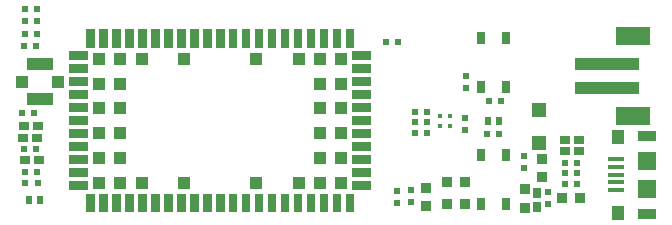
<source format=gtp>
G04 Layer_Color=8421504*
%FSLAX25Y25*%
%MOIN*%
G70*
G01*
G75*
%ADD10R,0.05315X0.01575*%
%ADD13R,0.06299X0.03543*%
%ADD14R,0.04134X0.03937*%
%ADD15R,0.08661X0.04134*%
%ADD17R,0.02559X0.04134*%
%ADD18R,0.04724X0.04724*%
%ADD22R,0.03347X0.02559*%
%ADD23R,0.01772X0.01772*%
%ADD24R,0.02362X0.02756*%
%ADD25R,0.02362X0.02756*%
%ADD26R,0.21654X0.03937*%
%ADD27R,0.11811X0.06299*%
%ADD28R,0.02559X0.03347*%
%ADD29R,0.02028X0.02362*%
%ADD30R,0.02362X0.02028*%
%ADD31R,0.03600X0.03700*%
%ADD32R,0.03700X0.03600*%
%ADD124R,0.03937X0.04724*%
%ADD125R,0.05905X0.05905*%
%ADD126R,0.02362X0.05118*%
%ADD127R,0.05118X0.02362*%
%ADD128R,0.04134X0.04134*%
G36*
X25853Y16870D02*
X19750D01*
Y19823D01*
X25853D01*
Y16870D01*
D02*
G37*
G36*
X114731Y9488D02*
X111778D01*
Y15591D01*
X114731D01*
Y9488D01*
D02*
G37*
G36*
X25853Y21201D02*
X19750D01*
Y24154D01*
X25853D01*
Y21201D01*
D02*
G37*
G36*
X120144Y16870D02*
X114042D01*
Y19823D01*
X120144D01*
Y16870D01*
D02*
G37*
G36*
X101739Y9488D02*
X98786D01*
Y15591D01*
X101739D01*
Y9488D01*
D02*
G37*
G36*
X97408D02*
X94455D01*
Y15591D01*
X97408D01*
Y9488D01*
D02*
G37*
G36*
X110400D02*
X107447D01*
Y15591D01*
X110400D01*
Y9488D01*
D02*
G37*
G36*
X106069D02*
X103117D01*
Y15591D01*
X106069D01*
Y9488D01*
D02*
G37*
G36*
X25853Y34193D02*
X19750D01*
Y37146D01*
X25853D01*
Y34193D01*
D02*
G37*
G36*
X120144Y29862D02*
X114042D01*
Y32815D01*
X120144D01*
Y29862D01*
D02*
G37*
G36*
X25853Y38524D02*
X19750D01*
Y41476D01*
X25853D01*
Y38524D01*
D02*
G37*
G36*
X120144Y34193D02*
X114042D01*
Y37146D01*
X120144D01*
Y34193D01*
D02*
G37*
G36*
X25853Y25532D02*
X19750D01*
Y28484D01*
X25853D01*
Y25532D01*
D02*
G37*
G36*
X120144Y21201D02*
X114042D01*
Y24154D01*
X120144D01*
Y21201D01*
D02*
G37*
G36*
X25853Y29862D02*
X19750D01*
Y32815D01*
X25853D01*
Y29862D01*
D02*
G37*
G36*
X120144Y25532D02*
X114042D01*
Y28484D01*
X120144D01*
Y25532D01*
D02*
G37*
G36*
X49770Y9488D02*
X46817D01*
Y15591D01*
X49770D01*
Y9488D01*
D02*
G37*
G36*
X45439D02*
X42487D01*
Y15591D01*
X45439D01*
Y9488D01*
D02*
G37*
G36*
X58432D02*
X55479D01*
Y15591D01*
X58432D01*
Y9488D01*
D02*
G37*
G36*
X54101D02*
X51148D01*
Y15591D01*
X54101D01*
Y9488D01*
D02*
G37*
G36*
X32447D02*
X29495D01*
Y15591D01*
X32447D01*
Y9488D01*
D02*
G37*
G36*
X28117D02*
X25164D01*
Y15591D01*
X28117D01*
Y9488D01*
D02*
G37*
G36*
X41109D02*
X38156D01*
Y15591D01*
X41109D01*
Y9488D01*
D02*
G37*
G36*
X36778D02*
X33825D01*
Y15591D01*
X36778D01*
Y9488D01*
D02*
G37*
G36*
X84416D02*
X81463D01*
Y15591D01*
X84416D01*
Y9488D01*
D02*
G37*
G36*
X80085D02*
X77132D01*
Y15591D01*
X80085D01*
Y9488D01*
D02*
G37*
G36*
X93077D02*
X90124D01*
Y15591D01*
X93077D01*
Y9488D01*
D02*
G37*
G36*
X88747D02*
X85794D01*
Y15591D01*
X88747D01*
Y9488D01*
D02*
G37*
G36*
X67093D02*
X64140D01*
Y15591D01*
X67093D01*
Y9488D01*
D02*
G37*
G36*
X62762D02*
X59809D01*
Y15591D01*
X62762D01*
Y9488D01*
D02*
G37*
G36*
X75754D02*
X72802D01*
Y15591D01*
X75754D01*
Y9488D01*
D02*
G37*
G36*
X71424D02*
X68471D01*
Y15591D01*
X71424D01*
Y9488D01*
D02*
G37*
G36*
Y64410D02*
X68471D01*
Y70512D01*
X71424D01*
Y64410D01*
D02*
G37*
G36*
X67093D02*
X64140D01*
Y70512D01*
X67093D01*
Y64410D01*
D02*
G37*
G36*
X80085D02*
X77132D01*
Y70512D01*
X80085D01*
Y64410D01*
D02*
G37*
G36*
X75754D02*
X72802D01*
Y70512D01*
X75754D01*
Y64410D01*
D02*
G37*
G36*
X54101D02*
X51148D01*
Y70512D01*
X54101D01*
Y64410D01*
D02*
G37*
G36*
X49770D02*
X46817D01*
Y70512D01*
X49770D01*
Y64410D01*
D02*
G37*
G36*
X62762D02*
X59809D01*
Y70512D01*
X62762D01*
Y64410D01*
D02*
G37*
G36*
X58432D02*
X55479D01*
Y70512D01*
X58432D01*
Y64410D01*
D02*
G37*
G36*
X106069D02*
X103117D01*
Y70512D01*
X106069D01*
Y64410D01*
D02*
G37*
G36*
X101739D02*
X98786D01*
Y70512D01*
X101739D01*
Y64410D01*
D02*
G37*
G36*
X114731D02*
X111778D01*
Y70512D01*
X114731D01*
Y64410D01*
D02*
G37*
G36*
X110400D02*
X107447D01*
Y70512D01*
X110400D01*
Y64410D01*
D02*
G37*
G36*
X88747D02*
X85794D01*
Y70512D01*
X88747D01*
Y64410D01*
D02*
G37*
G36*
X84416D02*
X81463D01*
Y70512D01*
X84416D01*
Y64410D01*
D02*
G37*
G36*
X97408D02*
X94455D01*
Y70512D01*
X97408D01*
Y64410D01*
D02*
G37*
G36*
X93077D02*
X90124D01*
Y70512D01*
X93077D01*
Y64410D01*
D02*
G37*
G36*
X120144Y51516D02*
X114042D01*
Y54469D01*
X120144D01*
Y51516D01*
D02*
G37*
G36*
Y47185D02*
X114042D01*
Y50138D01*
X120144D01*
Y47185D01*
D02*
G37*
G36*
X25853Y55847D02*
X19750D01*
Y58799D01*
X25853D01*
Y55847D01*
D02*
G37*
G36*
Y51516D02*
X19750D01*
Y54469D01*
X25853D01*
Y51516D01*
D02*
G37*
G36*
Y42854D02*
X19750D01*
Y45807D01*
X25853D01*
Y42854D01*
D02*
G37*
G36*
X120144Y38524D02*
X114042D01*
Y41476D01*
X120144D01*
Y38524D01*
D02*
G37*
G36*
X25853Y47185D02*
X19750D01*
Y50138D01*
X25853D01*
Y47185D01*
D02*
G37*
G36*
X120144Y42854D02*
X114042D01*
Y45807D01*
X120144D01*
Y42854D01*
D02*
G37*
G36*
X36778Y64410D02*
X33825D01*
Y70512D01*
X36778D01*
Y64410D01*
D02*
G37*
G36*
X32447D02*
X29495D01*
Y70512D01*
X32447D01*
Y64410D01*
D02*
G37*
G36*
X45439D02*
X42487D01*
Y70512D01*
X45439D01*
Y64410D01*
D02*
G37*
G36*
X41109D02*
X38156D01*
Y70512D01*
X41109D01*
Y64410D01*
D02*
G37*
G36*
X25853Y60177D02*
X19750D01*
Y63130D01*
X25853D01*
Y60177D01*
D02*
G37*
G36*
X120144Y55847D02*
X114042D01*
Y58799D01*
X120144D01*
Y55847D01*
D02*
G37*
G36*
X28117Y64410D02*
X25164D01*
Y70512D01*
X28117D01*
Y64410D01*
D02*
G37*
G36*
X120144Y60177D02*
X114042D01*
Y63130D01*
X120144D01*
Y60177D01*
D02*
G37*
D10*
X201768Y16882D02*
D03*
Y24559D02*
D03*
Y27118D02*
D03*
Y19441D02*
D03*
Y22000D02*
D03*
D13*
X212300Y9008D02*
D03*
Y34992D02*
D03*
D14*
X16004Y53000D02*
D03*
X3996D02*
D03*
D15*
X10000Y47193D02*
D03*
Y58807D02*
D03*
D17*
X156768Y67669D02*
D03*
X165232D02*
D03*
Y51331D02*
D03*
X156768D02*
D03*
Y28669D02*
D03*
X165232D02*
D03*
Y12331D02*
D03*
X156768D02*
D03*
D18*
X176390Y32655D02*
D03*
X176350Y43615D02*
D03*
D22*
X184838Y30000D02*
D03*
X189562D02*
D03*
X9162Y38400D02*
D03*
X4438D02*
D03*
X9524Y26800D02*
D03*
X4800D02*
D03*
X9062Y34400D02*
D03*
X4338D02*
D03*
X184838Y33500D02*
D03*
X189562D02*
D03*
D23*
X146673Y41673D02*
D03*
Y38327D02*
D03*
X143327D02*
D03*
Y41673D02*
D03*
D24*
X6130Y13500D02*
D03*
X162870Y40000D02*
D03*
D25*
X9870Y13500D02*
D03*
X159130Y40000D02*
D03*
D26*
X198799Y51063D02*
D03*
Y58937D02*
D03*
D27*
X207658Y68386D02*
D03*
Y41614D02*
D03*
D28*
X175700Y15962D02*
D03*
Y11238D02*
D03*
D29*
X129415Y66221D02*
D03*
X125380D02*
D03*
X4882Y73200D02*
D03*
X8918D02*
D03*
X159482Y46500D02*
D03*
X163518D02*
D03*
X8818Y69000D02*
D03*
X4782D02*
D03*
X8818Y77400D02*
D03*
X4782D02*
D03*
X8518Y30500D02*
D03*
X4482D02*
D03*
X8818Y23000D02*
D03*
X4782D02*
D03*
X8018Y42500D02*
D03*
X3982D02*
D03*
X8718Y64800D02*
D03*
X4682D02*
D03*
X158982Y35500D02*
D03*
X163018D02*
D03*
X5082Y19300D02*
D03*
X9118D02*
D03*
X189018Y26000D02*
D03*
X184982D02*
D03*
X189018Y19000D02*
D03*
X184982D02*
D03*
X189018Y22500D02*
D03*
X184982D02*
D03*
X134982Y36000D02*
D03*
X139018D02*
D03*
X134982Y39500D02*
D03*
X139018D02*
D03*
X134982Y43000D02*
D03*
X139018D02*
D03*
D30*
X128800Y16718D02*
D03*
Y12682D02*
D03*
X179400Y16218D02*
D03*
Y12182D02*
D03*
X133600Y12782D02*
D03*
Y16818D02*
D03*
X171400Y28218D02*
D03*
Y24182D02*
D03*
X151500Y41018D02*
D03*
Y36982D02*
D03*
X152000Y50982D02*
D03*
Y55018D02*
D03*
D31*
X171500Y11050D02*
D03*
Y17150D02*
D03*
X177300Y21150D02*
D03*
Y27250D02*
D03*
X138600Y11450D02*
D03*
Y17550D02*
D03*
D32*
X145450Y12200D02*
D03*
X151550D02*
D03*
X183950Y14100D02*
D03*
X190050D02*
D03*
X151550Y19700D02*
D03*
X145450D02*
D03*
D124*
X202654Y9402D02*
D03*
Y34598D02*
D03*
D125*
X212300Y17276D02*
D03*
Y26724D02*
D03*
D126*
X26640Y12638D02*
D03*
X39632D02*
D03*
X43963D02*
D03*
X30971D02*
D03*
X35302D02*
D03*
X48294D02*
D03*
X56955D02*
D03*
X52624D02*
D03*
X26640Y67362D02*
D03*
X30971D02*
D03*
X43963D02*
D03*
X35302D02*
D03*
X39632D02*
D03*
X48294D02*
D03*
X56955D02*
D03*
X52624D02*
D03*
X61286D02*
D03*
X69947Y12638D02*
D03*
X61286D02*
D03*
X65617D02*
D03*
X74278D02*
D03*
X78609D02*
D03*
X82939D02*
D03*
X91601D02*
D03*
X87270D02*
D03*
X95932D02*
D03*
X100262D02*
D03*
X104593D02*
D03*
X108924D02*
D03*
X113254D02*
D03*
X65617Y67362D02*
D03*
X74278D02*
D03*
X69947D02*
D03*
X78609D02*
D03*
X82939D02*
D03*
X91601D02*
D03*
X87270D02*
D03*
X100262D02*
D03*
X95932D02*
D03*
X104593D02*
D03*
X108924D02*
D03*
X113254D02*
D03*
D127*
X22900Y18347D02*
D03*
Y31339D02*
D03*
Y22677D02*
D03*
Y27008D02*
D03*
Y40000D02*
D03*
Y35669D02*
D03*
Y44331D02*
D03*
Y48662D02*
D03*
Y57323D02*
D03*
Y52992D02*
D03*
Y61654D02*
D03*
X116995Y18347D02*
D03*
Y22677D02*
D03*
Y27008D02*
D03*
Y31339D02*
D03*
Y35669D02*
D03*
Y40000D02*
D03*
Y44331D02*
D03*
Y48662D02*
D03*
Y52992D02*
D03*
Y57323D02*
D03*
Y61654D02*
D03*
D128*
X29593Y19331D02*
D03*
Y27599D02*
D03*
Y35866D02*
D03*
X36680Y19331D02*
D03*
Y27599D02*
D03*
X57939Y19331D02*
D03*
X43766D02*
D03*
X29593Y44134D02*
D03*
Y52402D02*
D03*
Y60669D02*
D03*
X36680Y44134D02*
D03*
Y35866D02*
D03*
Y60669D02*
D03*
Y52402D02*
D03*
X57939Y60669D02*
D03*
X43766D02*
D03*
X81955Y19331D02*
D03*
X96128D02*
D03*
X103215D02*
D03*
X110302D02*
D03*
Y27599D02*
D03*
X103215D02*
D03*
X110302Y35866D02*
D03*
X103215D02*
D03*
X81955Y60669D02*
D03*
X96128D02*
D03*
X103215Y52402D02*
D03*
Y60669D02*
D03*
Y44134D02*
D03*
X110302D02*
D03*
Y52402D02*
D03*
Y60669D02*
D03*
M02*

</source>
